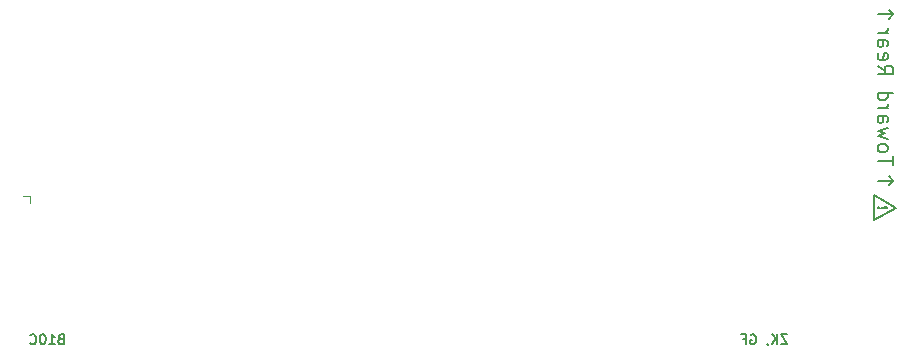
<source format=gbo>
G04 #@! TF.GenerationSoftware,KiCad,Pcbnew,7.0.10*
G04 #@! TF.CreationDate,2024-03-29T07:49:19-04:00*
G04 #@! TF.ProjectId,GR8RAM,47523852-414d-42e6-9b69-6361645f7063,1.0*
G04 #@! TF.SameCoordinates,Original*
G04 #@! TF.FileFunction,Legend,Bot*
G04 #@! TF.FilePolarity,Positive*
%FSLAX46Y46*%
G04 Gerber Fmt 4.6, Leading zero omitted, Abs format (unit mm)*
G04 Created by KiCad (PCBNEW 7.0.10) date 2024-03-29 07:49:19*
%MOMM*%
%LPD*%
G01*
G04 APERTURE LIST*
G04 Aperture macros list*
%AMRoundRect*
0 Rectangle with rounded corners*
0 $1 Rounding radius*
0 $2 $3 $4 $5 $6 $7 $8 $9 X,Y pos of 4 corners*
0 Add a 4 corners polygon primitive as box body*
4,1,4,$2,$3,$4,$5,$6,$7,$8,$9,$2,$3,0*
0 Add four circle primitives for the rounded corners*
1,1,$1+$1,$2,$3*
1,1,$1+$1,$4,$5*
1,1,$1+$1,$6,$7*
1,1,$1+$1,$8,$9*
0 Add four rect primitives between the rounded corners*
20,1,$1+$1,$2,$3,$4,$5,0*
20,1,$1+$1,$4,$5,$6,$7,0*
20,1,$1+$1,$6,$7,$8,$9,0*
20,1,$1+$1,$8,$9,$2,$3,0*%
G04 Aperture macros list end*
%ADD10C,0.200000*%
%ADD11C,0.190500*%
%ADD12C,0.203200*%
%ADD13C,0.120000*%
%ADD14C,0.000000*%
%ADD15RoundRect,0.419100X0.419100X3.327100X-0.419100X3.327100X-0.419100X-3.327100X0.419100X-3.327100X0*%
%ADD16C,2.152400*%
%ADD17C,1.448000*%
%ADD18C,2.527300*%
%ADD19C,1.143000*%
%ADD20C,0.939800*%
G04 APERTURE END LIST*
D10*
X143383000Y-102362000D02*
X143002000Y-101981000D01*
X142113000Y-116459000D02*
X143383000Y-116459000D01*
X143383000Y-116459000D02*
X143002000Y-116840000D01*
X142113000Y-102362000D02*
X143383000Y-102362000D01*
X143383000Y-116459000D02*
X143002000Y-116078000D01*
X143383000Y-102362000D02*
X143002000Y-102743000D01*
X141732000Y-117665500D02*
X143637000Y-118745000D01*
X143637000Y-118745000D02*
X141732000Y-119824500D01*
X141732000Y-119824500D02*
X141732000Y-117665500D01*
D11*
X142141798Y-118745000D02*
X142103094Y-118706295D01*
X142103094Y-118706295D02*
X142064389Y-118745000D01*
X142064389Y-118745000D02*
X142103094Y-118783704D01*
X142103094Y-118783704D02*
X142141798Y-118745000D01*
X142141798Y-118745000D02*
X142064389Y-118745000D01*
X142374027Y-118745000D02*
X142838484Y-118783704D01*
X142838484Y-118783704D02*
X142877189Y-118745000D01*
X142877189Y-118745000D02*
X142838484Y-118706295D01*
X142838484Y-118706295D02*
X142374027Y-118745000D01*
X142374027Y-118745000D02*
X142877189Y-118745000D01*
D10*
X143313873Y-115122475D02*
X143313873Y-114396761D01*
X142043873Y-114759618D02*
X143313873Y-114759618D01*
X142043873Y-113791999D02*
X142104350Y-113912951D01*
X142104350Y-113912951D02*
X142164826Y-113973428D01*
X142164826Y-113973428D02*
X142285778Y-114033904D01*
X142285778Y-114033904D02*
X142648635Y-114033904D01*
X142648635Y-114033904D02*
X142769588Y-113973428D01*
X142769588Y-113973428D02*
X142830064Y-113912951D01*
X142830064Y-113912951D02*
X142890540Y-113791999D01*
X142890540Y-113791999D02*
X142890540Y-113610570D01*
X142890540Y-113610570D02*
X142830064Y-113489618D01*
X142830064Y-113489618D02*
X142769588Y-113429142D01*
X142769588Y-113429142D02*
X142648635Y-113368666D01*
X142648635Y-113368666D02*
X142285778Y-113368666D01*
X142285778Y-113368666D02*
X142164826Y-113429142D01*
X142164826Y-113429142D02*
X142104350Y-113489618D01*
X142104350Y-113489618D02*
X142043873Y-113610570D01*
X142043873Y-113610570D02*
X142043873Y-113791999D01*
X142890540Y-112945332D02*
X142043873Y-112703427D01*
X142043873Y-112703427D02*
X142648635Y-112461522D01*
X142648635Y-112461522D02*
X142043873Y-112219618D01*
X142043873Y-112219618D02*
X142890540Y-111977713D01*
X142043873Y-110949618D02*
X142709111Y-110949618D01*
X142709111Y-110949618D02*
X142830064Y-111010094D01*
X142830064Y-111010094D02*
X142890540Y-111131046D01*
X142890540Y-111131046D02*
X142890540Y-111372951D01*
X142890540Y-111372951D02*
X142830064Y-111493904D01*
X142104350Y-110949618D02*
X142043873Y-111070570D01*
X142043873Y-111070570D02*
X142043873Y-111372951D01*
X142043873Y-111372951D02*
X142104350Y-111493904D01*
X142104350Y-111493904D02*
X142225302Y-111554380D01*
X142225302Y-111554380D02*
X142346254Y-111554380D01*
X142346254Y-111554380D02*
X142467207Y-111493904D01*
X142467207Y-111493904D02*
X142527683Y-111372951D01*
X142527683Y-111372951D02*
X142527683Y-111070570D01*
X142527683Y-111070570D02*
X142588159Y-110949618D01*
X142043873Y-110344856D02*
X142890540Y-110344856D01*
X142648635Y-110344856D02*
X142769588Y-110284379D01*
X142769588Y-110284379D02*
X142830064Y-110223903D01*
X142830064Y-110223903D02*
X142890540Y-110102951D01*
X142890540Y-110102951D02*
X142890540Y-109981998D01*
X142043873Y-109014380D02*
X143313873Y-109014380D01*
X142104350Y-109014380D02*
X142043873Y-109135332D01*
X142043873Y-109135332D02*
X142043873Y-109377237D01*
X142043873Y-109377237D02*
X142104350Y-109498189D01*
X142104350Y-109498189D02*
X142164826Y-109558666D01*
X142164826Y-109558666D02*
X142285778Y-109619142D01*
X142285778Y-109619142D02*
X142648635Y-109619142D01*
X142648635Y-109619142D02*
X142769588Y-109558666D01*
X142769588Y-109558666D02*
X142830064Y-109498189D01*
X142830064Y-109498189D02*
X142890540Y-109377237D01*
X142890540Y-109377237D02*
X142890540Y-109135332D01*
X142890540Y-109135332D02*
X142830064Y-109014380D01*
X142043873Y-106716284D02*
X142648635Y-107139618D01*
X142043873Y-107441999D02*
X143313873Y-107441999D01*
X143313873Y-107441999D02*
X143313873Y-106958189D01*
X143313873Y-106958189D02*
X143253397Y-106837237D01*
X143253397Y-106837237D02*
X143192921Y-106776760D01*
X143192921Y-106776760D02*
X143071969Y-106716284D01*
X143071969Y-106716284D02*
X142890540Y-106716284D01*
X142890540Y-106716284D02*
X142769588Y-106776760D01*
X142769588Y-106776760D02*
X142709111Y-106837237D01*
X142709111Y-106837237D02*
X142648635Y-106958189D01*
X142648635Y-106958189D02*
X142648635Y-107441999D01*
X142104350Y-105688189D02*
X142043873Y-105809141D01*
X142043873Y-105809141D02*
X142043873Y-106051046D01*
X142043873Y-106051046D02*
X142104350Y-106171999D01*
X142104350Y-106171999D02*
X142225302Y-106232475D01*
X142225302Y-106232475D02*
X142709111Y-106232475D01*
X142709111Y-106232475D02*
X142830064Y-106171999D01*
X142830064Y-106171999D02*
X142890540Y-106051046D01*
X142890540Y-106051046D02*
X142890540Y-105809141D01*
X142890540Y-105809141D02*
X142830064Y-105688189D01*
X142830064Y-105688189D02*
X142709111Y-105627713D01*
X142709111Y-105627713D02*
X142588159Y-105627713D01*
X142588159Y-105627713D02*
X142467207Y-106232475D01*
X142043873Y-104539142D02*
X142709111Y-104539142D01*
X142709111Y-104539142D02*
X142830064Y-104599618D01*
X142830064Y-104599618D02*
X142890540Y-104720570D01*
X142890540Y-104720570D02*
X142890540Y-104962475D01*
X142890540Y-104962475D02*
X142830064Y-105083428D01*
X142104350Y-104539142D02*
X142043873Y-104660094D01*
X142043873Y-104660094D02*
X142043873Y-104962475D01*
X142043873Y-104962475D02*
X142104350Y-105083428D01*
X142104350Y-105083428D02*
X142225302Y-105143904D01*
X142225302Y-105143904D02*
X142346254Y-105143904D01*
X142346254Y-105143904D02*
X142467207Y-105083428D01*
X142467207Y-105083428D02*
X142527683Y-104962475D01*
X142527683Y-104962475D02*
X142527683Y-104660094D01*
X142527683Y-104660094D02*
X142588159Y-104539142D01*
X142043873Y-103934380D02*
X142890540Y-103934380D01*
X142648635Y-103934380D02*
X142769588Y-103873903D01*
X142769588Y-103873903D02*
X142830064Y-103813427D01*
X142830064Y-103813427D02*
X142890540Y-103692475D01*
X142890540Y-103692475D02*
X142890540Y-103571522D01*
D12*
X134396237Y-129473649D02*
X133854371Y-129473649D01*
X133854371Y-129473649D02*
X134396237Y-130286449D01*
X134396237Y-130286449D02*
X133854371Y-130286449D01*
X133544733Y-130286449D02*
X133544733Y-129473649D01*
X133080276Y-130286449D02*
X133428618Y-129821992D01*
X133080276Y-129473649D02*
X133544733Y-129938106D01*
X132693228Y-130247745D02*
X132693228Y-130286449D01*
X132693228Y-130286449D02*
X132731933Y-130363859D01*
X132731933Y-130363859D02*
X132770637Y-130402564D01*
X131299856Y-129512354D02*
X131377266Y-129473649D01*
X131377266Y-129473649D02*
X131493380Y-129473649D01*
X131493380Y-129473649D02*
X131609494Y-129512354D01*
X131609494Y-129512354D02*
X131686904Y-129589764D01*
X131686904Y-129589764D02*
X131725609Y-129667173D01*
X131725609Y-129667173D02*
X131764313Y-129821992D01*
X131764313Y-129821992D02*
X131764313Y-129938106D01*
X131764313Y-129938106D02*
X131725609Y-130092925D01*
X131725609Y-130092925D02*
X131686904Y-130170335D01*
X131686904Y-130170335D02*
X131609494Y-130247745D01*
X131609494Y-130247745D02*
X131493380Y-130286449D01*
X131493380Y-130286449D02*
X131415971Y-130286449D01*
X131415971Y-130286449D02*
X131299856Y-130247745D01*
X131299856Y-130247745D02*
X131261152Y-130209040D01*
X131261152Y-130209040D02*
X131261152Y-129938106D01*
X131261152Y-129938106D02*
X131415971Y-129938106D01*
X130641875Y-129860697D02*
X130912809Y-129860697D01*
X130912809Y-130286449D02*
X130912809Y-129473649D01*
X130912809Y-129473649D02*
X130525761Y-129473649D01*
X72877437Y-129860697D02*
X72761323Y-129899402D01*
X72761323Y-129899402D02*
X72722618Y-129938106D01*
X72722618Y-129938106D02*
X72683914Y-130015516D01*
X72683914Y-130015516D02*
X72683914Y-130131630D01*
X72683914Y-130131630D02*
X72722618Y-130209040D01*
X72722618Y-130209040D02*
X72761323Y-130247745D01*
X72761323Y-130247745D02*
X72838733Y-130286449D01*
X72838733Y-130286449D02*
X73148371Y-130286449D01*
X73148371Y-130286449D02*
X73148371Y-129473649D01*
X73148371Y-129473649D02*
X72877437Y-129473649D01*
X72877437Y-129473649D02*
X72800028Y-129512354D01*
X72800028Y-129512354D02*
X72761323Y-129551059D01*
X72761323Y-129551059D02*
X72722618Y-129628468D01*
X72722618Y-129628468D02*
X72722618Y-129705878D01*
X72722618Y-129705878D02*
X72761323Y-129783287D01*
X72761323Y-129783287D02*
X72800028Y-129821992D01*
X72800028Y-129821992D02*
X72877437Y-129860697D01*
X72877437Y-129860697D02*
X73148371Y-129860697D01*
X71909818Y-130286449D02*
X72374275Y-130286449D01*
X72142047Y-130286449D02*
X72142047Y-129473649D01*
X72142047Y-129473649D02*
X72219456Y-129589764D01*
X72219456Y-129589764D02*
X72296866Y-129667173D01*
X72296866Y-129667173D02*
X72374275Y-129705878D01*
X71406657Y-129473649D02*
X71329247Y-129473649D01*
X71329247Y-129473649D02*
X71251838Y-129512354D01*
X71251838Y-129512354D02*
X71213133Y-129551059D01*
X71213133Y-129551059D02*
X71174428Y-129628468D01*
X71174428Y-129628468D02*
X71135723Y-129783287D01*
X71135723Y-129783287D02*
X71135723Y-129976811D01*
X71135723Y-129976811D02*
X71174428Y-130131630D01*
X71174428Y-130131630D02*
X71213133Y-130209040D01*
X71213133Y-130209040D02*
X71251838Y-130247745D01*
X71251838Y-130247745D02*
X71329247Y-130286449D01*
X71329247Y-130286449D02*
X71406657Y-130286449D01*
X71406657Y-130286449D02*
X71484066Y-130247745D01*
X71484066Y-130247745D02*
X71522771Y-130209040D01*
X71522771Y-130209040D02*
X71561476Y-130131630D01*
X71561476Y-130131630D02*
X71600180Y-129976811D01*
X71600180Y-129976811D02*
X71600180Y-129783287D01*
X71600180Y-129783287D02*
X71561476Y-129628468D01*
X71561476Y-129628468D02*
X71522771Y-129551059D01*
X71522771Y-129551059D02*
X71484066Y-129512354D01*
X71484066Y-129512354D02*
X71406657Y-129473649D01*
X70322924Y-130209040D02*
X70361628Y-130247745D01*
X70361628Y-130247745D02*
X70477743Y-130286449D01*
X70477743Y-130286449D02*
X70555152Y-130286449D01*
X70555152Y-130286449D02*
X70671266Y-130247745D01*
X70671266Y-130247745D02*
X70748676Y-130170335D01*
X70748676Y-130170335D02*
X70787381Y-130092925D01*
X70787381Y-130092925D02*
X70826085Y-129938106D01*
X70826085Y-129938106D02*
X70826085Y-129821992D01*
X70826085Y-129821992D02*
X70787381Y-129667173D01*
X70787381Y-129667173D02*
X70748676Y-129589764D01*
X70748676Y-129589764D02*
X70671266Y-129512354D01*
X70671266Y-129512354D02*
X70555152Y-129473649D01*
X70555152Y-129473649D02*
X70477743Y-129473649D01*
X70477743Y-129473649D02*
X70361628Y-129512354D01*
X70361628Y-129512354D02*
X70322924Y-129551059D01*
D13*
X70294500Y-117729000D02*
X69659500Y-117729000D01*
X70294500Y-118364000D02*
X70294500Y-117729000D01*
%LPC*%
D14*
G36*
X139700000Y-139446000D02*
G01*
X139192000Y-139954000D01*
X74168000Y-139954000D01*
X73660000Y-139446000D01*
X73660000Y-132080000D01*
X139700000Y-132080000D01*
X139700000Y-139446000D01*
G37*
D15*
X137160000Y-135282000D03*
X134620000Y-135282000D03*
X132080000Y-135282000D03*
X129540000Y-135282000D03*
X127000000Y-135282000D03*
X124460000Y-135282000D03*
X121920000Y-135282000D03*
X119380000Y-135282000D03*
X116840000Y-135282000D03*
X114300000Y-135282000D03*
X111760000Y-135282000D03*
X109220000Y-135282000D03*
X106680000Y-135282000D03*
X104140000Y-135282000D03*
X101600000Y-135282000D03*
X99060000Y-135282000D03*
X96520000Y-135282000D03*
X93980000Y-135282000D03*
X91440000Y-135282000D03*
X88900000Y-135282000D03*
X86360000Y-135282000D03*
X83820000Y-135282000D03*
X81280000Y-135282000D03*
X78740000Y-135282000D03*
X76200000Y-135282000D03*
D16*
X140462000Y-129540000D03*
D17*
X140462000Y-82423000D03*
X57023000Y-84709000D03*
X143002000Y-127000000D03*
D18*
X71564500Y-117094000D03*
D19*
X69024500Y-117094000D03*
D18*
X66484500Y-117094000D03*
X71564500Y-122809000D03*
X66484500Y-122809000D03*
D19*
X70040500Y-124714000D03*
X68008500Y-124714000D03*
D17*
X48133000Y-127000000D03*
D18*
X71564500Y-117094000D03*
D19*
X69024500Y-117094000D03*
D18*
X66484500Y-117094000D03*
X71564500Y-122809000D03*
X66484500Y-122809000D03*
D19*
X70040500Y-124714000D03*
X68008500Y-124714000D03*
D20*
X69659500Y-118364000D03*
X69659500Y-119634000D03*
X69659500Y-120904000D03*
X69659500Y-122174000D03*
X69659500Y-123444000D03*
X68389500Y-123444000D03*
X68389500Y-122174000D03*
X68389500Y-120904000D03*
X68389500Y-119634000D03*
X68389500Y-118364000D03*
%LPD*%
M02*

</source>
